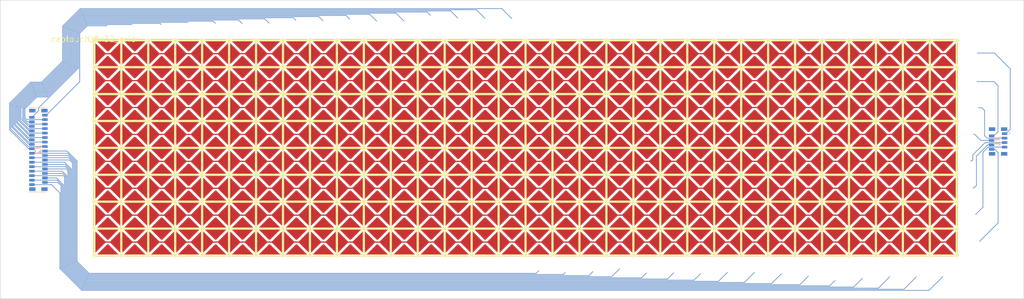
<source format=kicad_pcb>
(kicad_pcb (version 20211014) (generator pcbnew)
  (layers (0 "F.Cu" signal) (31 "B.Cu" signal) (34 "B.Paste" user) (35 "F.Paste" user) (36 "B.SilkS" user "B.Silkscreen") (37 "F.SilkS" user "F.Silkscreen") (38 "B.Mask" user) (39 "F.Mask" user) (44 "Edge.Cuts" user))
  (net 0 "")
  (net 1 "Net-(J1-Pad1)")
  (net 2 "Net-(J1-Pad2)")
  (net 3 "Net-(J1-Pad3)")
  (net 4 "Net-(J1-Pad4)")
  (net 5 "Net-(J1-Pad5)")
  (net 6 "Net-(J1-Pad6)")
  (net 7 "Net-(J1-Pad7)")
  (net 8 "Net-(J1-Pad8)")
  (net 9 "Net-(J2-Pad1)")
  (net 10 "Net-(J2-Pad2)")
  (net 11 "Net-(J2-Pad3)")
  (net 12 "Net-(J2-Pad4)")
  (net 13 "Net-(J2-Pad5)")
  (net 14 "Net-(J2-Pad6)")
  (net 15 "Net-(J2-Pad7)")
  (net 16 "Net-(J2-Pad8)")
  (net 17 "Net-(J2-Pad9)")
  (net 18 "Net-(J2-Pad10)")
  (net 19 "Net-(J2-Pad11)")
  (net 20 "Net-(J2-Pad12)")
  (net 21 "Net-(J2-Pad13)")
  (net 22 "Net-(J2-Pad14)")
  (net 23 "Net-(J2-Pad15)")
  (net 24 "Net-(J2-Pad16)")
  (net 25 "Net-(J2-Pad17)")
  (net 26 "Net-(J2-Pad18)")
  (net 27 "Net-(J2-Pad19)")
  (net 28 "Net-(J2-Pad20)")
  (net 29 "Net-(J2-Pad21)")
  (net 30 "Net-(J2-Pad22)")
  (net 31 "Net-(J2-Pad23)")
  (net 32 "Net-(J2-Pad24)")
  (net 33 "Net-(J2-Pad25)")
  (net 34 "Net-(J2-Pad26)")
  (net 35 "Net-(J2-Pad27)")
  (net 36 "Net-(J2-Pad28)")
  (net 37 "Net-(J2-Pad29)")
  (net 38 "Net-(J2-Pad30)")
  (net 39 "Net-(J2-Pad31)")
  (net 40 "Net-(J2-Pad32)")
  (footprint "ASMR_footprints:captouch_8x32_diamond_baseline" (layer "F.Cu") (at 62.875 55.675)
    (fp_text reference "U1")
    (fp_text value "captouch_8x32_grid")
  )
  (footprint "ASMR_footprints:Conn_FFC_1x32_0.5mm_Molex_5019513210" (layer "B.Cu") (at 50.675 80.375 -90)
    (fp_text reference "J2")
    (fp_text value "Conn_01x32_Male" hide)
  )
  (footprint "ASMR_footprints:Conn_FFC_1x8_0.5mm_Molex_5019510830" (layer "B.Cu") (at 264.325 78.5 -90)
    (fp_text reference "J1")
    (fp_text value "Conn_01x08_Male" hide)
  )
  (gr_rect (start 42.175 47) (end 270.05 113.55) (layer "Edge.Cuts") (width 0.1) (fill none))
  (segment (start 263.5 58.775) (end 259.675 58.775) (width 0.127) (layer "B.Cu") (net 1))
  (segment (start 266.075 76.75) (end 267.025 75.8) (width 0.127) (layer "B.Cu") (net 1))
  (segment (start 267.025 62.3) (end 263.5 58.775) (width 0.127) (layer "B.Cu") (net 1))
  (segment (start 265.775 76.75) (end 266.075 76.75) (width 0.127) (layer "B.Cu") (net 1))
  (segment (start 267.025 75.8) (end 267.025 62.3) (width 0.127) (layer "B.Cu") (net 1))
  (segment (start 262.875 77.25) (end 263.375 77.25) (width 0.127) (layer "B.Cu") (net 2))
  (segment (start 264.3 76.325) (end 264.3 66.05) (width 0.127) (layer "B.Cu") (net 2))
  (segment (start 263.4 65.15) (end 259.6 65.15) (width 0.127) (layer "B.Cu") (net 2))
  (segment (start 263.375 77.25) (end 264.3 76.325) (width 0.127) (layer "B.Cu") (net 2))
  (segment (start 264.3 66.05) (end 263.4 65.15) (width 0.127) (layer "B.Cu") (net 2))
  (segment (start 265.775 77.75) (end 261.85 77.75) (width 0.127) (layer "B.Cu") (net 3))
  (segment (start 261.325 71.6) (end 260.7 70.975) (width 0.127) (layer "B.Cu") (net 3))
  (segment (start 261.85 77.75) (end 261.325 77.225) (width 0.127) (layer "B.Cu") (net 3))
  (segment (start 261.325 77.225) (end 261.325 71.6) (width 0.127) (layer "B.Cu") (net 3))
  (segment (start 260.7 70.975) (end 259.95 70.975) (width 0.127) (layer "B.Cu") (net 3))
  (segment (start 262.875 78.25) (end 260.45 78.25) (width 0.127) (layer "B.Cu") (net 4))
  (segment (start 260.45 78.25) (end 259.05 76.85) (width 0.127) (layer "B.Cu") (net 4))
  (segment (start 259.05 76.85) (end 258.9 76.85) (width 0.127) (layer "B.Cu") (net 4))
  (segment (start 261.425 78.75) (end 258.7 81.475) (width 0.127) (layer "B.Cu") (net 5))
  (segment (start 258.45 82.825) (end 258.2 82.825) (width 0.127) (layer "B.Cu") (net 5))
  (segment (start 258.7 82.575) (end 258.45 82.825) (width 0.127) (layer "B.Cu") (net 5))
  (segment (start 265.775 78.75) (end 261.425 78.75) (width 0.127) (layer "B.Cu") (net 5))
  (segment (start 258.7 81.475) (end 258.7 82.575) (width 0.127) (layer "B.Cu") (net 5))
  (segment (start 262.875 79.25) (end 262.025 79.25) (width 0.127) (layer "B.Cu") (net 6))
  (segment (start 259.5 81.775) (end 259.5 88.3) (width 0.127) (layer "B.Cu") (net 6))
  (segment (start 259.5 88.3) (end 258.975 88.825) (width 0.127) (layer "B.Cu") (net 6))
  (segment (start 262.025 79.25) (end 259.5 81.775) (width 0.127) (layer "B.Cu") (net 6))
  (segment (start 258.975 88.825) (end 258.725 88.825) (width 0.127) (layer "B.Cu") (net 6))
  (segment (start 260.95 80.894) (end 260.95 93.15) (width 0.127) (layer "B.Cu") (net 7))
  (segment (start 262.094 79.75) (end 260.95 80.894) (width 0.127) (layer "B.Cu") (net 7))
  (segment (start 260.95 93.15) (end 259.3 94.8) (width 0.127) (layer "B.Cu") (net 7))
  (segment (start 265.775 79.75) (end 262.094 79.75) (width 0.127) (layer "B.Cu") (net 7))
  (segment (start 263.602 80.25) (end 264.325 80.973) (width 0.127) (layer "B.Cu") (net 8))
  (segment (start 264.325 96.65) (end 260.2 100.775) (width 0.127) (layer "B.Cu") (net 8))
  (segment (start 262.875 80.25) (end 263.602 80.25) (width 0.127) (layer "B.Cu") (net 8))
  (segment (start 264.325 80.973) (end 264.325 96.65) (width 0.127) (layer "B.Cu") (net 8))
  (segment (start 59.875 65.175) (end 59.875 54.375) (width 0.127) (layer "B.Cu") (net 9))
  (segment (start 61.55 52.7) (end 65.975 52.7) (width 0.127) (layer "B.Cu") (net 9))
  (segment (start 59.875 54.375) (end 61.55 52.7) (width 0.127) (layer "B.Cu") (net 9))
  (segment (start 52.425 72.625) (end 59.875 65.175) (width 0.127) (layer "B.Cu") (net 9))
  (segment (start 52.125 72.625) (end 52.425 72.625) (width 0.127) (layer "B.Cu") (net 9))
  (segment (start 61.46579 52.425) (end 71.5 52.425) (width 0.127) (layer "B.Cu") (net 10))
  (segment (start 50.725 70.975) (end 59.621 62.079) (width 0.127) (layer "B.Cu") (net 10))
  (segment (start 50.725 71.625) (end 50.725 70.975) (width 0.127) (layer "B.Cu") (net 10))
  (segment (start 59.621 54.26979) (end 61.46579 52.425) (width 0.127) (layer "B.Cu") (net 10))
  (segment (start 49.225 73.125) (end 50.725 71.625) (width 0.127) (layer "B.Cu") (net 10))
  (segment (start 59.621 62.079) (end 59.621 54.26979) (width 0.127) (layer "B.Cu") (net 10))
  (segment (start 52.76579 68.575) (end 59.367 61.97379) (width 0.127) (layer "B.Cu") (net 11))
  (segment (start 59.367 61.97379) (end 59.367 54.16458) (width 0.127) (layer "B.Cu") (net 11))
  (segment (start 48.1 73.625) (end 47.7 73.225) (width 0.127) (layer "B.Cu") (net 11))
  (segment (start 59.367 54.16458) (end 61.36058 52.171) (width 0.127) (layer "B.Cu") (net 11))
  (segment (start 77.746 52.171) (end 78 52.425) (width 0.127) (layer "B.Cu") (net 11))
  (segment (start 52.125 73.625) (end 48.1 73.625) (width 0.127) (layer "B.Cu") (net 11))
  (segment (start 50.325 68.575) (end 52.76579 68.575) (width 0.127) (layer "B.Cu") (net 11))
  (segment (start 47.7 73.225) (end 47.7 71.2) (width 0.127) (layer "B.Cu") (net 11))
  (segment (start 47.7 71.2) (end 50.325 68.575) (width 0.127) (layer "B.Cu") (net 11))
  (segment (start 61.36058 52.171) (end 77.746 52.171) (width 0.127) (layer "B.Cu") (net 11))
  (segment (start 52.66058 68.321) (end 59.113 61.86858) (width 0.127) (layer "B.Cu") (net 12))
  (segment (start 59.113 54.05937) (end 61.25537 51.917) (width 0.127) (layer "B.Cu") (net 12))
  (segment (start 61.25537 51.917) (end 83.892 51.917) (width 0.127) (layer "B.Cu") (net 12))
  (segment (start 59.113 61.86858) (end 59.113 54.05937) (width 0.127) (layer "B.Cu") (net 12))
  (segment (start 48.2 74.125) (end 47.446 73.371) (width 0.127) (layer "B.Cu") (net 12))
  (segment (start 83.892 51.917) (end 83.975 52) (width 0.127) (layer "B.Cu") (net 12))
  (segment (start 50.21979 68.321) (end 52.66058 68.321) (width 0.127) (layer "B.Cu") (net 12))
  (segment (start 47.446 73.371) (end 47.446 71.09479) (width 0.127) (layer "B.Cu") (net 12))
  (segment (start 47.446 71.09479) (end 50.21979 68.321) (width 0.127) (layer "B.Cu") (net 12))
  (segment (start 49.225 74.125) (end 48.2 74.125) (width 0.127) (layer "B.Cu") (net 12))
  (segment (start 47.192 70.98958) (end 50.11458 68.067) (width 0.127) (layer "B.Cu") (net 13))
  (segment (start 52.55537 68.067) (end 58.859 61.76337) (width 0.127) (layer "B.Cu") (net 13))
  (segment (start 48.3 74.625) (end 47.192 73.517) (width 0.127) (layer "B.Cu") (net 13))
  (segment (start 61.15016 51.663) (end 89.563 51.663) (width 0.127) (layer "B.Cu") (net 13))
  (segment (start 58.859 61.76337) (end 58.859 53.95416) (width 0.127) (layer "B.Cu") (net 13))
  (segment (start 52.125 74.625) (end 48.3 74.625) (width 0.127) (layer "B.Cu") (net 13))
  (segment (start 89.563 51.663) (end 90.075 52.175) (width 0.127) (layer "B.Cu") (net 13))
  (segment (start 58.859 53.95416) (end 61.15016 51.663) (width 0.127) (layer "B.Cu") (net 13))
  (segment (start 47.192 73.517) (end 47.192 70.98958) (width 0.127) (layer "B.Cu") (net 13))
  (segment (start 50.11458 68.067) (end 52.55537 68.067) (width 0.127) (layer "B.Cu") (net 13))
  (segment (start 52.45016 67.813) (end 58.605 61.65816) (width 0.127) (layer "B.Cu") (net 14))
  (segment (start 58.605 53.84895) (end 61.04495 51.409) (width 0.127) (layer "B.Cu") (net 14))
  (segment (start 46.8 73.48421) (end 46.8 71.02237) (width 0.127) (layer "B.Cu") (net 14))
  (segment (start 49.225 75.125) (end 48.44079 75.125) (width 0.127) (layer "B.Cu") (net 14))
  (segment (start 58.605 61.65816) (end 58.605 53.84895) (width 0.127) (layer "B.Cu") (net 14))
  (segment (start 61.04495 51.409) (end 95.234 51.409) (width 0.127) (layer "B.Cu") (net 14))
  (segment (start 46.8 71.02237) (end 50.00937 67.813) (width 0.127) (layer "B.Cu") (net 14))
  (segment (start 50.00937 67.813) (end 52.45016 67.813) (width 0.127) (layer "B.Cu") (net 14))
  (segment (start 95.234 51.409) (end 96.025 52.2) (width 0.127) (layer "B.Cu") (net 14))
  (segment (start 48.44079 75.125) (end 46.8 73.48421) (width 0.127) (layer "B.Cu") (net 14))
  (segment (start 58.351 53.74374) (end 60.93974 51.155) (width 0.127) (layer "B.Cu") (net 15))
  (segment (start 46.546 70.91716) (end 49.90416 67.559) (width 0.127) (layer "B.Cu") (net 15))
  (segment (start 58.351 61.55295) (end 58.351 53.74374) (width 0.127) (layer "B.Cu") (net 15))
  (segment (start 49.90416 67.559) (end 52.34495 67.559) (width 0.127) (layer "B.Cu") (net 15))
  (segment (start 101.08 51.155) (end 102.05 52.125) (width 0.127) (layer "B.Cu") (net 15))
  (segment (start 52.34495 67.559) (end 58.351 61.55295) (width 0.127) (layer "B.Cu") (net 15))
  (segment (start 46.546 73.727) (end 46.546 70.91716) (width 0.127) (layer "B.Cu") (net 15))
  (segment (start 52.125 75.625) (end 48.444 75.625) (width 0.127) (layer "B.Cu") (net 15))
  (segment (start 48.444 75.625) (end 46.546 73.727) (width 0.127) (layer "B.Cu") (net 15))
  (segment (start 60.93974 51.155) (end 101.08 51.155) (width 0.127) (layer "B.Cu") (net 15))
  (segment (start 52.23974 67.305) (end 58.097 61.44774) (width 0.127) (layer "B.Cu") (net 16))
  (segment (start 49.225 76.125) (end 48.58479 76.125) (width 0.127) (layer "B.Cu") (net 16))
  (segment (start 48.58479 76.125) (end 46.292 73.83221) (width 0.127) (layer "B.Cu") (net 16))
  (segment (start 107.401 50.901) (end 108 51.5) (width 0.127) (layer "B.Cu") (net 16))
  (segment (start 46.292 70.81195) (end 49.79895 67.305) (width 0.127) (layer "B.Cu") (net 16))
  (segment (start 60.83453 50.901) (end 107.401 50.901) (width 0.127) (layer "B.Cu") (net 16))
  (segment (start 58.097 53.63853) (end 60.83453 50.901) (width 0.127) (layer "B.Cu") (net 16))
  (segment (start 58.097 61.44774) (end 58.097 53.63853) (width 0.127) (layer "B.Cu") (net 16))
  (segment (start 49.79895 67.305) (end 52.23974 67.305) (width 0.127) (layer "B.Cu") (net 16))
  (segment (start 46.292 73.83221) (end 46.292 70.81195) (width 0.127) (layer "B.Cu") (net 16))
  (segment (start 52.125 76.625) (end 48.444 76.625) (width 0.127) (layer "B.Cu") (net 17))
  (segment (start 57.843 53.53332) (end 60.72932 50.647) (width 0.127) (layer "B.Cu") (net 17))
  (segment (start 48.444 76.625) (end 46.038 74.219) (width 0.127) (layer "B.Cu") (net 17))
  (segment (start 46.038 74.219) (end 46.038 70.70674) (width 0.127) (layer "B.Cu") (net 17))
  (segment (start 46.038 70.70674) (end 49.69374 67.051) (width 0.127) (layer "B.Cu") (net 17))
  (segment (start 60.72932 50.647) (end 113.072 50.647) (width 0.127) (layer "B.Cu") (net 17))
  (segment (start 52.13453 67.051) (end 57.843 61.34253) (width 0.127) (layer "B.Cu") (net 17))
  (segment (start 57.843 61.34253) (end 57.843 53.53332) (width 0.127) (layer "B.Cu") (net 17))
  (segment (start 113.072 50.647) (end 114.025 51.6) (width 0.127) (layer "B.Cu") (net 17))
  (segment (start 49.69374 67.051) (end 52.13453 67.051) (width 0.127) (layer "B.Cu") (net 17))
  (segment (start 119.168 50.393) (end 120.025 51.25) (width 0.127) (layer "B.Cu") (net 18))
  (segment (start 48.58479 77.125) (end 45.784 74.32421) (width 0.127) (layer "B.Cu") (net 18))
  (segment (start 57.589 61.23732) (end 57.589 53.42811) (width 0.127) (layer "B.Cu") (net 18))
  (segment (start 49.58853 66.797) (end 52.02932 66.797) (width 0.127) (layer "B.Cu") (net 18))
  (segment (start 45.784 74.32421) (end 45.784 70.60153) (width 0.127) (layer "B.Cu") (net 18))
  (segment (start 52.02932 66.797) (end 57.589 61.23732) (width 0.127) (layer "B.Cu") (net 18))
  (segment (start 45.784 70.60153) (end 49.58853 66.797) (width 0.127) (layer "B.Cu") (net 18))
  (segment (start 49.225 77.125) (end 48.58479 77.125) (width 0.127) (layer "B.Cu") (net 18))
  (segment (start 60.62411 50.393) (end 119.168 50.393) (width 0.127) (layer "B.Cu") (net 18))
  (segment (start 57.589 53.42811) (end 60.62411 50.393) (width 0.127) (layer "B.Cu") (net 18))
  (segment (start 57.335 53.3229) (end 60.5189 50.139) (width 0.127) (layer "B.Cu") (net 19))
  (segment (start 45.53 70.49632) (end 49.48332 66.543) (width 0.127) (layer "B.Cu") (net 19))
  (segment (start 60.5189 50.139) (end 124.464 50.139) (width 0.127) (layer "B.Cu") (net 19))
  (segment (start 124.464 50.139) (end 125.975 51.65) (width 0.127) (layer "B.Cu") (net 19))
  (segment (start 51.92411 66.543) (end 57.335 61.13211) (width 0.127) (layer "B.Cu") (net 19))
  (segment (start 49.48332 66.543) (end 51.92411 66.543) (width 0.127) (layer "B.Cu") (net 19))
  (segment (start 48.444 77.625) (end 45.53 74.711) (width 0.127) (layer "B.Cu") (net 19))
  (segment (start 52.125 77.625) (end 48.444 77.625) (width 0.127) (layer "B.Cu") (net 19))
  (segment (start 57.335 61.13211) (end 57.335 53.3229) (width 0.127) (layer "B.Cu") (net 19))
  (segment (start 45.53 74.711) (end 45.53 70.49632) (width 0.127) (layer "B.Cu") (net 19))
  (segment (start 130.285 49.885) (end 132.075 51.675) (width 0.127) (layer "B.Cu") (net 20))
  (segment (start 51.8189 66.289) (end 57.081 61.0269) (width 0.127) (layer "B.Cu") (net 20))
  (segment (start 57.081 61.0269) (end 57.081 53.21769) (width 0.127) (layer "B.Cu") (net 20))
  (segment (start 45.276 74.81621) (end 45.276 70.39111) (width 0.127) (layer "B.Cu") (net 20))
  (segment (start 48.58479 78.125) (end 45.276 74.81621) (width 0.127) (layer "B.Cu") (net 20))
  (segment (start 60.41369 49.885) (end 130.285 49.885) (width 0.127) (layer "B.Cu") (net 20))
  (segment (start 49.225 78.125) (end 48.58479 78.125) (width 0.127) (layer "B.Cu") (net 20))
  (segment (start 49.37811 66.289) (end 51.8189 66.289) (width 0.127) (layer "B.Cu") (net 20))
  (segment (start 57.081 53.21769) (end 60.41369 49.885) (width 0.127) (layer "B.Cu") (net 20))
  (segment (start 45.276 70.39111) (end 49.37811 66.289) (width 0.127) (layer "B.Cu") (net 20))
  (segment (start 48.444 78.625) (end 45.022 75.203) (width 0.127) (layer "B.Cu") (net 21))
  (segment (start 49.2729 66.035) (end 51.71369 66.035) (width 0.127) (layer "B.Cu") (net 21))
  (segment (start 52.125 78.625) (end 48.444 78.625) (width 0.127) (layer "B.Cu") (net 21))
  (segment (start 137.206 49.631) (end 137.95 50.375) (width 0.127) (layer "B.Cu") (net 21))
  (segment (start 51.71369 66.035) (end 56.827 60.92169) (width 0.127) (layer "B.Cu") (net 21))
  (segment (start 45.022 75.203) (end 45.022 70.2859) (width 0.127) (layer "B.Cu") (net 21))
  (segment (start 60.30848 49.631) (end 137.206 49.631) (width 0.127) (layer "B.Cu") (net 21))
  (segment (start 56.827 60.92169) (end 56.827 53.11248) (width 0.127) (layer "B.Cu") (net 21))
  (segment (start 56.827 53.11248) (end 60.30848 49.631) (width 0.127) (layer "B.Cu") (net 21))
  (segment (start 45.022 70.2859) (end 49.2729 66.035) (width 0.127) (layer "B.Cu") (net 21))
  (segment (start 44.768 75.30821) (end 44.768 70.18069) (width 0.127) (layer "B.Cu") (net 22))
  (segment (start 56.573 53.00727) (end 60.20327 49.377) (width 0.127) (layer "B.Cu") (net 22))
  (segment (start 48.58479 79.125) (end 44.768 75.30821) (width 0.127) (layer "B.Cu") (net 22))
  (segment (start 60.20327 49.377) (end 142.452 49.377) (width 0.127) (layer "B.Cu") (net 22))
  (segment (start 44.768 70.18069) (end 49.16769 65.781) (width 0.127) (layer "B.Cu") (net 22))
  (segment (start 142.452 49.377) (end 144.025 50.95) (width 0.127) (layer "B.Cu") (net 22))
  (segment (start 51.60848 65.781) (end 56.573 60.81648) (width 0.127) (layer "B.Cu") (net 22))
  (segment (start 49.225 79.125) (end 48.58479 79.125) (width 0.127) (layer "B.Cu") (net 22))
  (segment (start 56.573 60.81648) (end 56.573 53.00727) (width 0.127) (layer "B.Cu") (net 22))
  (segment (start 49.16769 65.781) (end 51.60848 65.781) (width 0.127) (layer "B.Cu") (net 22))
  (segment (start 48.444 79.625) (end 44.514 75.695) (width 0.127) (layer "B.Cu") (net 23))
  (segment (start 51.50327 65.527) (end 56.319 60.71127) (width 0.127) (layer "B.Cu") (net 23))
  (segment (start 44.514 70.07548) (end 49.06248 65.527) (width 0.127) (layer "B.Cu") (net 23))
  (segment (start 49.06248 65.527) (end 51.50327 65.527) (width 0.127) (layer "B.Cu") (net 23))
  (segment (start 56.319 60.71127) (end 56.319 52.90206) (width 0.127) (layer "B.Cu") (net 23))
  (segment (start 60.09806 49.123) (end 148.173 49.123) (width 0.127) (layer "B.Cu") (net 23))
  (segment (start 56.319 52.90206) (end 60.09806 49.123) (width 0.127) (layer "B.Cu") (net 23))
  (segment (start 44.514 75.695) (end 44.514 70.07548) (width 0.127) (layer "B.Cu") (net 23))
  (segment (start 52.125 79.625) (end 48.444 79.625) (width 0.127) (layer "B.Cu") (net 23))
  (segment (start 148.173 49.123) (end 150.05 51) (width 0.127) (layer "B.Cu") (net 23))
  (segment (start 153.819 48.869) (end 156.075 51.125) (width 0.127) (layer "B.Cu") (net 24))
  (segment (start 44.26 75.887) (end 44.26 69.97027) (width 0.127) (layer "B.Cu") (net 24))
  (segment (start 49.225 80.125) (end 48.498 80.125) (width 0.127) (layer "B.Cu") (net 24))
  (segment (start 48.95727 65.273) (end 51.39806 65.273) (width 0.127) (layer "B.Cu") (net 24))
  (segment (start 48.498 80.125) (end 44.26 75.887) (width 0.127) (layer "B.Cu") (net 24))
  (segment (start 56.065 60.60606) (end 56.065 52.79685) (width 0.127) (layer "B.Cu") (net 24))
  (segment (start 44.26 69.97027) (end 48.95727 65.273) (width 0.127) (layer "B.Cu") (net 24))
  (segment (start 59.99285 48.869) (end 153.819 48.869) (width 0.127) (layer "B.Cu") (net 24))
  (segment (start 56.065 52.79685) (end 59.99285 48.869) (width 0.127) (layer "B.Cu") (net 24))
  (segment (start 51.39806 65.273) (end 56.065 60.60606) (width 0.127) (layer "B.Cu") (net 24))
  (segment (start 59.275 105.25) (end 61.925 107.9) (width 0.127) (layer "B.Cu") (net 25))
  (segment (start 61.925 107.9) (end 161.475 107.9) (width 0.127) (layer "B.Cu") (net 25))
  (segment (start 59.275 82.85) (end 59.275 105.25) (width 0.127) (layer "B.Cu") (net 25))
  (segment (start 57.05 80.625) (end 59.275 82.85) (width 0.127) (layer "B.Cu") (net 25))
  (segment (start 52.125 80.625) (end 57.05 80.625) (width 0.127) (layer "B.Cu") (net 25))
  (segment (start 161.475 107.9) (end 162.05 107.325) (width 0.127) (layer "B.Cu") (net 25))
  (segment (start 59.021 105.35521) (end 61.81979 108.154) (width 0.127) (layer "B.Cu") (net 26))
  (segment (start 61.81979 108.154) (end 167.546 108.154) (width 0.127) (layer "B.Cu") (net 26))
  (segment (start 167.546 108.154) (end 167.975 107.725) (width 0.127) (layer "B.Cu") (net 26))
  (segment (start 59.021 82.95521) (end 59.021 105.35521) (width 0.127) (layer "B.Cu") (net 26))
  (segment (start 57.19079 81.125) (end 59.021 82.95521) (width 0.127) (layer "B.Cu") (net 26))
  (segment (start 49.225 81.125) (end 57.19079 81.125) (width 0.127) (layer "B.Cu") (net 26))
  (segment (start 52.125 81.625) (end 57.33158 81.625) (width 0.127) (layer "B.Cu") (net 27))
  (segment (start 58.767 83.06042) (end 58.767 105.46042) (width 0.127) (layer "B.Cu") (net 27))
  (segment (start 173.217 108.408) (end 174.125 107.5) (width 0.127) (layer "B.Cu") (net 27))
  (segment (start 58.767 105.46042) (end 61.71458 108.408) (width 0.127) (layer "B.Cu") (net 27))
  (segment (start 57.33158 81.625) (end 58.767 83.06042) (width 0.127) (layer "B.Cu") (net 27))
  (segment (start 61.71458 108.408) (end 173.217 108.408) (width 0.127) (layer "B.Cu") (net 27))
  (segment (start 61.60937 108.662) (end 178.288 108.662) (width 0.127) (layer "B.Cu") (net 28))
  (segment (start 178.288 108.662) (end 180.05 106.9) (width 0.127) (layer "B.Cu") (net 28))
  (segment (start 58.513 105.56563) (end 61.60937 108.662) (width 0.127) (layer "B.Cu") (net 28))
  (segment (start 49.225 82.125) (end 57.47237 82.125) (width 0.127) (layer "B.Cu") (net 28))
  (segment (start 57.47237 82.125) (end 58.513 83.16563) (width 0.127) (layer "B.Cu") (net 28))
  (segment (start 58.513 83.16563) (end 58.513 105.56563) (width 0.127) (layer "B.Cu") (net 28))
  (segment (start 58.259 83.27084) (end 58.259 105.67084) (width 0.127) (layer "B.Cu") (net 29))
  (segment (start 57.61316 82.625) (end 58.259 83.27084) (width 0.127) (layer "B.Cu") (net 29))
  (segment (start 184.934 108.916) (end 186.05 107.8) (width 0.127) (layer "B.Cu") (net 29))
  (segment (start 61.50416 108.916) (end 184.934 108.916) (width 0.127) (layer "B.Cu") (net 29))
  (segment (start 58.259 105.67084) (end 61.50416 108.916) (width 0.127) (layer "B.Cu") (net 29))
  (segment (start 52.125 82.625) (end 57.61316 82.625) (width 0.127) (layer "B.Cu") (net 29))
  (segment (start 58.005 84.655) (end 58.005 105.77605) (width 0.127) (layer "B.Cu") (net 30))
  (segment (start 190.705 109.17) (end 192.125 107.75) (width 0.127) (layer "B.Cu") (net 30))
  (segment (start 56.475 83.125) (end 58.005 84.655) (width 0.127) (layer "B.Cu") (net 30))
  (segment (start 61.39895 109.17) (end 190.705 109.17) (width 0.127) (layer "B.Cu") (net 30))
  (segment (start 58.005 105.77605) (end 61.39895 109.17) (width 0.127) (layer "B.Cu") (net 30))
  (segment (start 49.225 83.125) (end 56.475 83.125) (width 0.127) (layer "B.Cu") (net 30))
  (segment (start 57.751 105.88126) (end 61.29374 109.424) (width 0.127) (layer "B.Cu") (net 31))
  (segment (start 52.125 83.625) (end 56.61579 83.625) (width 0.127) (layer "B.Cu") (net 31))
  (segment (start 56.61579 83.625) (end 57.751 84.76021) (width 0.127) (layer "B.Cu") (net 31))
  (segment (start 196.626 109.424) (end 198.05 108) (width 0.127) (layer "B.Cu") (net 31))
  (segment (start 57.751 84.76021) (end 57.751 105.88126) (width 0.127) (layer "B.Cu") (net 31))
  (segment (start 61.29374 109.424) (end 196.626 109.424) (width 0.127) (layer "B.Cu") (net 31))
  (segment (start 56.75658 84.125) (end 57.497 84.86542) (width 0.127) (layer "B.Cu") (net 32))
  (segment (start 49.225 84.125) (end 56.75658 84.125) (width 0.127) (layer "B.Cu") (net 32))
  (segment (start 57.497 84.86542) (end 57.497 105.98647) (width 0.127) (layer "B.Cu") (net 32))
  (segment (start 57.497 105.98647) (end 61.18853 109.678) (width 0.127) (layer "B.Cu") (net 32))
  (segment (start 202.072 109.678) (end 204.075 107.675) (width 0.127) (layer "B.Cu") (net 32))
  (segment (start 61.18853 109.678) (end 202.072 109.678) (width 0.127) (layer "B.Cu") (net 32))
  (segment (start 207.843 109.932) (end 210.075 107.7) (width 0.127) (layer "B.Cu") (net 33))
  (segment (start 57.243 84.97063) (end 57.243 106.09168) (width 0.127) (layer "B.Cu") (net 33))
  (segment (start 61.08332 109.932) (end 207.843 109.932) (width 0.127) (layer "B.Cu") (net 33))
  (segment (start 52.125 84.625) (end 56.89737 84.625) (width 0.127) (layer "B.Cu") (net 33))
  (segment (start 57.243 106.09168) (end 61.08332 109.932) (width 0.127) (layer "B.Cu") (net 33))
  (segment (start 56.89737 84.625) (end 57.243 84.97063) (width 0.127) (layer "B.Cu") (net 33))
  (segment (start 49.225 85.125) (end 55.975 85.125) (width 0.127) (layer "B.Cu") (net 34))
  (segment (start 56.989 86.139) (end 56.989 106.19689) (width 0.127) (layer "B.Cu") (net 34))
  (segment (start 213.889 110.186) (end 216.075 108) (width 0.127) (layer "B.Cu") (net 34))
  (segment (start 56.989 106.19689) (end 60.97811 110.186) (width 0.127) (layer "B.Cu") (net 34))
  (segment (start 55.975 85.125) (end 56.989 86.139) (width 0.127) (layer "B.Cu") (net 34))
  (segment (start 60.97811 110.186) (end 213.889 110.186) (width 0.127) (layer "B.Cu") (net 34))
  (segment (start 56.735 106.3021) (end 60.8729 110.44) (width 0.127) (layer "B.Cu") (net 35))
  (segment (start 60.8729 110.44) (end 220.185 110.44) (width 0.127) (layer "B.Cu") (net 35))
  (segment (start 56.11579 85.625) (end 56.735 86.24421) (width 0.127) (layer "B.Cu") (net 35))
  (segment (start 52.125 85.625) (end 56.11579 85.625) (width 0.127) (layer "B.Cu") (net 35))
  (segment (start 56.735 86.24421) (end 56.735 106.3021) (width 0.127) (layer "B.Cu") (net 35))
  (segment (start 220.185 110.44) (end 222.1 108.525) (width 0.127) (layer "B.Cu") (net 35))
  (segment (start 56.25658 86.125) (end 56.481 86.34942) (width 0.127) (layer "B.Cu") (net 36))
  (segment (start 60.76769 110.694) (end 226.831 110.694) (width 0.127) (layer "B.Cu") (net 36))
  (segment (start 49.225 86.125) (end 56.25658 86.125) (width 0.127) (layer "B.Cu") (net 36))
  (segment (start 226.831 110.694) (end 228.025 109.5) (width 0.127) (layer "B.Cu") (net 36))
  (segment (start 56.481 106.40731) (end 60.76769 110.694) (width 0.127) (layer "B.Cu") (net 36))
  (segment (start 56.481 86.34942) (end 56.481 106.40731) (width 0.127) (layer "B.Cu") (net 36))
  (segment (start 54.7 86.625) (end 56.227 88.152) (width 0.127) (layer "B.Cu") (net 37))
  (segment (start 56.227 106.51252) (end 60.66248 110.948) (width 0.127) (layer "B.Cu") (net 37))
  (segment (start 52.125 86.625) (end 54.7 86.625) (width 0.127) (layer "B.Cu") (net 37))
  (segment (start 56.227 88.152) (end 56.227 106.51252) (width 0.127) (layer "B.Cu") (net 37))
  (segment (start 232.177 110.948) (end 234.1 109.025) (width 0.127) (layer "B.Cu") (net 37))
  (segment (start 60.66248 110.948) (end 232.177 110.948) (width 0.127) (layer "B.Cu") (net 37))
  (segment (start 55.973 106.61773) (end 60.55727 111.202) (width 0.127) (layer "B.Cu") (net 38))
  (segment (start 54.84079 87.125) (end 55.973 88.25721) (width 0.127) (layer "B.Cu") (net 38))
  (segment (start 55.973 88.25721) (end 55.973 106.61773) (width 0.127) (layer "B.Cu") (net 38))
  (segment (start 237.673 111.202) (end 240.2 108.675) (width 0.127) (layer "B.Cu") (net 38))
  (segment (start 49.225 87.125) (end 54.84079 87.125) (width 0.127) (layer "B.Cu") (net 38))
  (segment (start 60.55727 111.202) (end 237.673 111.202) (width 0.127) (layer "B.Cu") (net 38))
  (segment (start 243.344 111.456) (end 246.125 108.675) (width 0.127) (layer "B.Cu") (net 39))
  (segment (start 55.719 88.36242) (end 55.719 106.72294) (width 0.127) (layer "B.Cu") (net 39))
  (segment (start 60.45206 111.456) (end 243.344 111.456) (width 0.127) (layer "B.Cu") (net 39))
  (segment (start 54.98158 87.625) (end 55.719 88.36242) (width 0.127) (layer "B.Cu") (net 39))
  (segment (start 55.719 106.72294) (end 60.45206 111.456) (width 0.127) (layer "B.Cu") (net 39))
  (segment (start 52.125 87.625) (end 54.98158 87.625) (width 0.127) (layer "B.Cu") (net 39))
  (segment (start 60.34685 111.71) (end 248.94 111.71) (width 0.127) (layer "B.Cu") (net 40))
  (segment (start 49.225 88.125) (end 53.6 88.125) (width 0.127) (layer "B.Cu") (net 40))
  (segment (start 53.6 88.125) (end 55.465 89.99) (width 0.127) (layer "B.Cu") (net 40))
  (segment (start 55.465 106.82815) (end 60.34685 111.71) (width 0.127) (layer "B.Cu") (net 40))
  (segment (start 55.465 89.99) (end 55.465 106.82815) (width 0.127) (layer "B.Cu") (net 40))
  (segment (start 248.94 111.71) (end 252.025 108.625) (width 0.127) (layer "B.Cu") (net 40))
)
</source>
